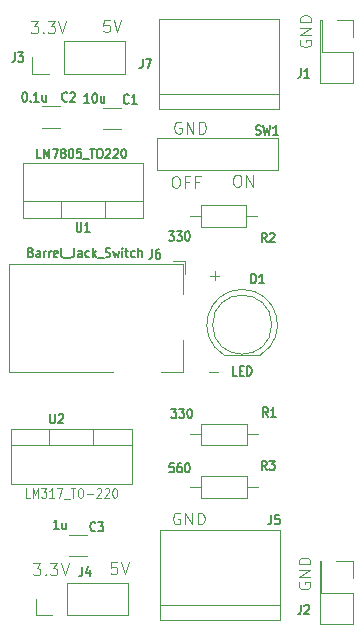
<source format=gto>
%TF.GenerationSoftware,KiCad,Pcbnew,9.0.4*%
%TF.CreationDate,2025-10-15T15:11:25+01:00*%
%TF.ProjectId,breadboardPowerSupply,62726561-6462-46f6-9172-64506f776572,rev?*%
%TF.SameCoordinates,Original*%
%TF.FileFunction,Legend,Top*%
%TF.FilePolarity,Positive*%
%FSLAX46Y46*%
G04 Gerber Fmt 4.6, Leading zero omitted, Abs format (unit mm)*
G04 Created by KiCad (PCBNEW 9.0.4) date 2025-10-15 15:11:25*
%MOMM*%
%LPD*%
G01*
G04 APERTURE LIST*
%ADD10C,0.100000*%
%ADD11C,0.150000*%
%ADD12C,0.120000*%
G04 APERTURE END LIST*
D10*
X161494360Y-99172419D02*
X161684836Y-99172419D01*
X161684836Y-99172419D02*
X161780074Y-99220038D01*
X161780074Y-99220038D02*
X161875312Y-99315276D01*
X161875312Y-99315276D02*
X161922931Y-99505752D01*
X161922931Y-99505752D02*
X161922931Y-99839085D01*
X161922931Y-99839085D02*
X161875312Y-100029561D01*
X161875312Y-100029561D02*
X161780074Y-100124800D01*
X161780074Y-100124800D02*
X161684836Y-100172419D01*
X161684836Y-100172419D02*
X161494360Y-100172419D01*
X161494360Y-100172419D02*
X161399122Y-100124800D01*
X161399122Y-100124800D02*
X161303884Y-100029561D01*
X161303884Y-100029561D02*
X161256265Y-99839085D01*
X161256265Y-99839085D02*
X161256265Y-99505752D01*
X161256265Y-99505752D02*
X161303884Y-99315276D01*
X161303884Y-99315276D02*
X161399122Y-99220038D01*
X161399122Y-99220038D02*
X161494360Y-99172419D01*
X162351503Y-100172419D02*
X162351503Y-99172419D01*
X162351503Y-99172419D02*
X162922931Y-100172419D01*
X162922931Y-100172419D02*
X162922931Y-99172419D01*
X156294360Y-99272419D02*
X156484836Y-99272419D01*
X156484836Y-99272419D02*
X156580074Y-99320038D01*
X156580074Y-99320038D02*
X156675312Y-99415276D01*
X156675312Y-99415276D02*
X156722931Y-99605752D01*
X156722931Y-99605752D02*
X156722931Y-99939085D01*
X156722931Y-99939085D02*
X156675312Y-100129561D01*
X156675312Y-100129561D02*
X156580074Y-100224800D01*
X156580074Y-100224800D02*
X156484836Y-100272419D01*
X156484836Y-100272419D02*
X156294360Y-100272419D01*
X156294360Y-100272419D02*
X156199122Y-100224800D01*
X156199122Y-100224800D02*
X156103884Y-100129561D01*
X156103884Y-100129561D02*
X156056265Y-99939085D01*
X156056265Y-99939085D02*
X156056265Y-99605752D01*
X156056265Y-99605752D02*
X156103884Y-99415276D01*
X156103884Y-99415276D02*
X156199122Y-99320038D01*
X156199122Y-99320038D02*
X156294360Y-99272419D01*
X157484836Y-99748609D02*
X157151503Y-99748609D01*
X157151503Y-100272419D02*
X157151503Y-99272419D01*
X157151503Y-99272419D02*
X157627693Y-99272419D01*
X158341979Y-99748609D02*
X158008646Y-99748609D01*
X158008646Y-100272419D02*
X158008646Y-99272419D01*
X158008646Y-99272419D02*
X158484836Y-99272419D01*
X159203884Y-115891466D02*
X159965789Y-115891466D01*
X159303884Y-107691466D02*
X160065789Y-107691466D01*
X159684836Y-108072419D02*
X159684836Y-107310514D01*
X144308646Y-132072419D02*
X144927693Y-132072419D01*
X144927693Y-132072419D02*
X144594360Y-132453371D01*
X144594360Y-132453371D02*
X144737217Y-132453371D01*
X144737217Y-132453371D02*
X144832455Y-132500990D01*
X144832455Y-132500990D02*
X144880074Y-132548609D01*
X144880074Y-132548609D02*
X144927693Y-132643847D01*
X144927693Y-132643847D02*
X144927693Y-132881942D01*
X144927693Y-132881942D02*
X144880074Y-132977180D01*
X144880074Y-132977180D02*
X144832455Y-133024800D01*
X144832455Y-133024800D02*
X144737217Y-133072419D01*
X144737217Y-133072419D02*
X144451503Y-133072419D01*
X144451503Y-133072419D02*
X144356265Y-133024800D01*
X144356265Y-133024800D02*
X144308646Y-132977180D01*
X145356265Y-132977180D02*
X145403884Y-133024800D01*
X145403884Y-133024800D02*
X145356265Y-133072419D01*
X145356265Y-133072419D02*
X145308646Y-133024800D01*
X145308646Y-133024800D02*
X145356265Y-132977180D01*
X145356265Y-132977180D02*
X145356265Y-133072419D01*
X145737217Y-132072419D02*
X146356264Y-132072419D01*
X146356264Y-132072419D02*
X146022931Y-132453371D01*
X146022931Y-132453371D02*
X146165788Y-132453371D01*
X146165788Y-132453371D02*
X146261026Y-132500990D01*
X146261026Y-132500990D02*
X146308645Y-132548609D01*
X146308645Y-132548609D02*
X146356264Y-132643847D01*
X146356264Y-132643847D02*
X146356264Y-132881942D01*
X146356264Y-132881942D02*
X146308645Y-132977180D01*
X146308645Y-132977180D02*
X146261026Y-133024800D01*
X146261026Y-133024800D02*
X146165788Y-133072419D01*
X146165788Y-133072419D02*
X145880074Y-133072419D01*
X145880074Y-133072419D02*
X145784836Y-133024800D01*
X145784836Y-133024800D02*
X145737217Y-132977180D01*
X146641979Y-132072419D02*
X146975312Y-133072419D01*
X146975312Y-133072419D02*
X147308645Y-132072419D01*
X144108646Y-86172419D02*
X144727693Y-86172419D01*
X144727693Y-86172419D02*
X144394360Y-86553371D01*
X144394360Y-86553371D02*
X144537217Y-86553371D01*
X144537217Y-86553371D02*
X144632455Y-86600990D01*
X144632455Y-86600990D02*
X144680074Y-86648609D01*
X144680074Y-86648609D02*
X144727693Y-86743847D01*
X144727693Y-86743847D02*
X144727693Y-86981942D01*
X144727693Y-86981942D02*
X144680074Y-87077180D01*
X144680074Y-87077180D02*
X144632455Y-87124800D01*
X144632455Y-87124800D02*
X144537217Y-87172419D01*
X144537217Y-87172419D02*
X144251503Y-87172419D01*
X144251503Y-87172419D02*
X144156265Y-87124800D01*
X144156265Y-87124800D02*
X144108646Y-87077180D01*
X145156265Y-87077180D02*
X145203884Y-87124800D01*
X145203884Y-87124800D02*
X145156265Y-87172419D01*
X145156265Y-87172419D02*
X145108646Y-87124800D01*
X145108646Y-87124800D02*
X145156265Y-87077180D01*
X145156265Y-87077180D02*
X145156265Y-87172419D01*
X145537217Y-86172419D02*
X146156264Y-86172419D01*
X146156264Y-86172419D02*
X145822931Y-86553371D01*
X145822931Y-86553371D02*
X145965788Y-86553371D01*
X145965788Y-86553371D02*
X146061026Y-86600990D01*
X146061026Y-86600990D02*
X146108645Y-86648609D01*
X146108645Y-86648609D02*
X146156264Y-86743847D01*
X146156264Y-86743847D02*
X146156264Y-86981942D01*
X146156264Y-86981942D02*
X146108645Y-87077180D01*
X146108645Y-87077180D02*
X146061026Y-87124800D01*
X146061026Y-87124800D02*
X145965788Y-87172419D01*
X145965788Y-87172419D02*
X145680074Y-87172419D01*
X145680074Y-87172419D02*
X145584836Y-87124800D01*
X145584836Y-87124800D02*
X145537217Y-87077180D01*
X146441979Y-86172419D02*
X146775312Y-87172419D01*
X146775312Y-87172419D02*
X147108645Y-86172419D01*
X150780074Y-86072419D02*
X150303884Y-86072419D01*
X150303884Y-86072419D02*
X150256265Y-86548609D01*
X150256265Y-86548609D02*
X150303884Y-86500990D01*
X150303884Y-86500990D02*
X150399122Y-86453371D01*
X150399122Y-86453371D02*
X150637217Y-86453371D01*
X150637217Y-86453371D02*
X150732455Y-86500990D01*
X150732455Y-86500990D02*
X150780074Y-86548609D01*
X150780074Y-86548609D02*
X150827693Y-86643847D01*
X150827693Y-86643847D02*
X150827693Y-86881942D01*
X150827693Y-86881942D02*
X150780074Y-86977180D01*
X150780074Y-86977180D02*
X150732455Y-87024800D01*
X150732455Y-87024800D02*
X150637217Y-87072419D01*
X150637217Y-87072419D02*
X150399122Y-87072419D01*
X150399122Y-87072419D02*
X150303884Y-87024800D01*
X150303884Y-87024800D02*
X150256265Y-86977180D01*
X151113408Y-86072419D02*
X151446741Y-87072419D01*
X151446741Y-87072419D02*
X151780074Y-86072419D01*
X151380074Y-131972419D02*
X150903884Y-131972419D01*
X150903884Y-131972419D02*
X150856265Y-132448609D01*
X150856265Y-132448609D02*
X150903884Y-132400990D01*
X150903884Y-132400990D02*
X150999122Y-132353371D01*
X150999122Y-132353371D02*
X151237217Y-132353371D01*
X151237217Y-132353371D02*
X151332455Y-132400990D01*
X151332455Y-132400990D02*
X151380074Y-132448609D01*
X151380074Y-132448609D02*
X151427693Y-132543847D01*
X151427693Y-132543847D02*
X151427693Y-132781942D01*
X151427693Y-132781942D02*
X151380074Y-132877180D01*
X151380074Y-132877180D02*
X151332455Y-132924800D01*
X151332455Y-132924800D02*
X151237217Y-132972419D01*
X151237217Y-132972419D02*
X150999122Y-132972419D01*
X150999122Y-132972419D02*
X150903884Y-132924800D01*
X150903884Y-132924800D02*
X150856265Y-132877180D01*
X151713408Y-131972419D02*
X152046741Y-132972419D01*
X152046741Y-132972419D02*
X152380074Y-131972419D01*
X156727693Y-127820038D02*
X156632455Y-127772419D01*
X156632455Y-127772419D02*
X156489598Y-127772419D01*
X156489598Y-127772419D02*
X156346741Y-127820038D01*
X156346741Y-127820038D02*
X156251503Y-127915276D01*
X156251503Y-127915276D02*
X156203884Y-128010514D01*
X156203884Y-128010514D02*
X156156265Y-128200990D01*
X156156265Y-128200990D02*
X156156265Y-128343847D01*
X156156265Y-128343847D02*
X156203884Y-128534323D01*
X156203884Y-128534323D02*
X156251503Y-128629561D01*
X156251503Y-128629561D02*
X156346741Y-128724800D01*
X156346741Y-128724800D02*
X156489598Y-128772419D01*
X156489598Y-128772419D02*
X156584836Y-128772419D01*
X156584836Y-128772419D02*
X156727693Y-128724800D01*
X156727693Y-128724800D02*
X156775312Y-128677180D01*
X156775312Y-128677180D02*
X156775312Y-128343847D01*
X156775312Y-128343847D02*
X156584836Y-128343847D01*
X157203884Y-128772419D02*
X157203884Y-127772419D01*
X157203884Y-127772419D02*
X157775312Y-128772419D01*
X157775312Y-128772419D02*
X157775312Y-127772419D01*
X158251503Y-128772419D02*
X158251503Y-127772419D01*
X158251503Y-127772419D02*
X158489598Y-127772419D01*
X158489598Y-127772419D02*
X158632455Y-127820038D01*
X158632455Y-127820038D02*
X158727693Y-127915276D01*
X158727693Y-127915276D02*
X158775312Y-128010514D01*
X158775312Y-128010514D02*
X158822931Y-128200990D01*
X158822931Y-128200990D02*
X158822931Y-128343847D01*
X158822931Y-128343847D02*
X158775312Y-128534323D01*
X158775312Y-128534323D02*
X158727693Y-128629561D01*
X158727693Y-128629561D02*
X158632455Y-128724800D01*
X158632455Y-128724800D02*
X158489598Y-128772419D01*
X158489598Y-128772419D02*
X158251503Y-128772419D01*
X166820038Y-133672306D02*
X166772419Y-133767544D01*
X166772419Y-133767544D02*
X166772419Y-133910401D01*
X166772419Y-133910401D02*
X166820038Y-134053258D01*
X166820038Y-134053258D02*
X166915276Y-134148496D01*
X166915276Y-134148496D02*
X167010514Y-134196115D01*
X167010514Y-134196115D02*
X167200990Y-134243734D01*
X167200990Y-134243734D02*
X167343847Y-134243734D01*
X167343847Y-134243734D02*
X167534323Y-134196115D01*
X167534323Y-134196115D02*
X167629561Y-134148496D01*
X167629561Y-134148496D02*
X167724800Y-134053258D01*
X167724800Y-134053258D02*
X167772419Y-133910401D01*
X167772419Y-133910401D02*
X167772419Y-133815163D01*
X167772419Y-133815163D02*
X167724800Y-133672306D01*
X167724800Y-133672306D02*
X167677180Y-133624687D01*
X167677180Y-133624687D02*
X167343847Y-133624687D01*
X167343847Y-133624687D02*
X167343847Y-133815163D01*
X167772419Y-133196115D02*
X166772419Y-133196115D01*
X166772419Y-133196115D02*
X167772419Y-132624687D01*
X167772419Y-132624687D02*
X166772419Y-132624687D01*
X167772419Y-132148496D02*
X166772419Y-132148496D01*
X166772419Y-132148496D02*
X166772419Y-131910401D01*
X166772419Y-131910401D02*
X166820038Y-131767544D01*
X166820038Y-131767544D02*
X166915276Y-131672306D01*
X166915276Y-131672306D02*
X167010514Y-131624687D01*
X167010514Y-131624687D02*
X167200990Y-131577068D01*
X167200990Y-131577068D02*
X167343847Y-131577068D01*
X167343847Y-131577068D02*
X167534323Y-131624687D01*
X167534323Y-131624687D02*
X167629561Y-131672306D01*
X167629561Y-131672306D02*
X167724800Y-131767544D01*
X167724800Y-131767544D02*
X167772419Y-131910401D01*
X167772419Y-131910401D02*
X167772419Y-132148496D01*
X166920038Y-87772306D02*
X166872419Y-87867544D01*
X166872419Y-87867544D02*
X166872419Y-88010401D01*
X166872419Y-88010401D02*
X166920038Y-88153258D01*
X166920038Y-88153258D02*
X167015276Y-88248496D01*
X167015276Y-88248496D02*
X167110514Y-88296115D01*
X167110514Y-88296115D02*
X167300990Y-88343734D01*
X167300990Y-88343734D02*
X167443847Y-88343734D01*
X167443847Y-88343734D02*
X167634323Y-88296115D01*
X167634323Y-88296115D02*
X167729561Y-88248496D01*
X167729561Y-88248496D02*
X167824800Y-88153258D01*
X167824800Y-88153258D02*
X167872419Y-88010401D01*
X167872419Y-88010401D02*
X167872419Y-87915163D01*
X167872419Y-87915163D02*
X167824800Y-87772306D01*
X167824800Y-87772306D02*
X167777180Y-87724687D01*
X167777180Y-87724687D02*
X167443847Y-87724687D01*
X167443847Y-87724687D02*
X167443847Y-87915163D01*
X167872419Y-87296115D02*
X166872419Y-87296115D01*
X166872419Y-87296115D02*
X167872419Y-86724687D01*
X167872419Y-86724687D02*
X166872419Y-86724687D01*
X167872419Y-86248496D02*
X166872419Y-86248496D01*
X166872419Y-86248496D02*
X166872419Y-86010401D01*
X166872419Y-86010401D02*
X166920038Y-85867544D01*
X166920038Y-85867544D02*
X167015276Y-85772306D01*
X167015276Y-85772306D02*
X167110514Y-85724687D01*
X167110514Y-85724687D02*
X167300990Y-85677068D01*
X167300990Y-85677068D02*
X167443847Y-85677068D01*
X167443847Y-85677068D02*
X167634323Y-85724687D01*
X167634323Y-85724687D02*
X167729561Y-85772306D01*
X167729561Y-85772306D02*
X167824800Y-85867544D01*
X167824800Y-85867544D02*
X167872419Y-86010401D01*
X167872419Y-86010401D02*
X167872419Y-86248496D01*
X156827693Y-94720038D02*
X156732455Y-94672419D01*
X156732455Y-94672419D02*
X156589598Y-94672419D01*
X156589598Y-94672419D02*
X156446741Y-94720038D01*
X156446741Y-94720038D02*
X156351503Y-94815276D01*
X156351503Y-94815276D02*
X156303884Y-94910514D01*
X156303884Y-94910514D02*
X156256265Y-95100990D01*
X156256265Y-95100990D02*
X156256265Y-95243847D01*
X156256265Y-95243847D02*
X156303884Y-95434323D01*
X156303884Y-95434323D02*
X156351503Y-95529561D01*
X156351503Y-95529561D02*
X156446741Y-95624800D01*
X156446741Y-95624800D02*
X156589598Y-95672419D01*
X156589598Y-95672419D02*
X156684836Y-95672419D01*
X156684836Y-95672419D02*
X156827693Y-95624800D01*
X156827693Y-95624800D02*
X156875312Y-95577180D01*
X156875312Y-95577180D02*
X156875312Y-95243847D01*
X156875312Y-95243847D02*
X156684836Y-95243847D01*
X157303884Y-95672419D02*
X157303884Y-94672419D01*
X157303884Y-94672419D02*
X157875312Y-95672419D01*
X157875312Y-95672419D02*
X157875312Y-94672419D01*
X158351503Y-95672419D02*
X158351503Y-94672419D01*
X158351503Y-94672419D02*
X158589598Y-94672419D01*
X158589598Y-94672419D02*
X158732455Y-94720038D01*
X158732455Y-94720038D02*
X158827693Y-94815276D01*
X158827693Y-94815276D02*
X158875312Y-94910514D01*
X158875312Y-94910514D02*
X158922931Y-95100990D01*
X158922931Y-95100990D02*
X158922931Y-95243847D01*
X158922931Y-95243847D02*
X158875312Y-95434323D01*
X158875312Y-95434323D02*
X158827693Y-95529561D01*
X158827693Y-95529561D02*
X158732455Y-95624800D01*
X158732455Y-95624800D02*
X158589598Y-95672419D01*
X158589598Y-95672419D02*
X158351503Y-95672419D01*
D11*
X154366666Y-105462295D02*
X154366666Y-106033723D01*
X154366666Y-106033723D02*
X154333333Y-106148009D01*
X154333333Y-106148009D02*
X154266666Y-106224200D01*
X154266666Y-106224200D02*
X154166666Y-106262295D01*
X154166666Y-106262295D02*
X154100000Y-106262295D01*
X154999999Y-105462295D02*
X154866666Y-105462295D01*
X154866666Y-105462295D02*
X154799999Y-105500390D01*
X154799999Y-105500390D02*
X154766666Y-105538485D01*
X154766666Y-105538485D02*
X154699999Y-105652771D01*
X154699999Y-105652771D02*
X154666666Y-105805152D01*
X154666666Y-105805152D02*
X154666666Y-106109914D01*
X154666666Y-106109914D02*
X154699999Y-106186104D01*
X154699999Y-106186104D02*
X154733333Y-106224200D01*
X154733333Y-106224200D02*
X154799999Y-106262295D01*
X154799999Y-106262295D02*
X154933333Y-106262295D01*
X154933333Y-106262295D02*
X154999999Y-106224200D01*
X154999999Y-106224200D02*
X155033333Y-106186104D01*
X155033333Y-106186104D02*
X155066666Y-106109914D01*
X155066666Y-106109914D02*
X155066666Y-105919438D01*
X155066666Y-105919438D02*
X155033333Y-105843247D01*
X155033333Y-105843247D02*
X154999999Y-105805152D01*
X154999999Y-105805152D02*
X154933333Y-105767057D01*
X154933333Y-105767057D02*
X154799999Y-105767057D01*
X154799999Y-105767057D02*
X154733333Y-105805152D01*
X154733333Y-105805152D02*
X154699999Y-105843247D01*
X154699999Y-105843247D02*
X154666666Y-105919438D01*
X144133335Y-105725747D02*
X144233335Y-105763842D01*
X144233335Y-105763842D02*
X144266668Y-105801938D01*
X144266668Y-105801938D02*
X144300001Y-105878128D01*
X144300001Y-105878128D02*
X144300001Y-105992414D01*
X144300001Y-105992414D02*
X144266668Y-106068604D01*
X144266668Y-106068604D02*
X144233335Y-106106700D01*
X144233335Y-106106700D02*
X144166668Y-106144795D01*
X144166668Y-106144795D02*
X143900001Y-106144795D01*
X143900001Y-106144795D02*
X143900001Y-105344795D01*
X143900001Y-105344795D02*
X144133335Y-105344795D01*
X144133335Y-105344795D02*
X144200001Y-105382890D01*
X144200001Y-105382890D02*
X144233335Y-105420985D01*
X144233335Y-105420985D02*
X144266668Y-105497176D01*
X144266668Y-105497176D02*
X144266668Y-105573366D01*
X144266668Y-105573366D02*
X144233335Y-105649557D01*
X144233335Y-105649557D02*
X144200001Y-105687652D01*
X144200001Y-105687652D02*
X144133335Y-105725747D01*
X144133335Y-105725747D02*
X143900001Y-105725747D01*
X144900001Y-106144795D02*
X144900001Y-105725747D01*
X144900001Y-105725747D02*
X144866668Y-105649557D01*
X144866668Y-105649557D02*
X144800001Y-105611461D01*
X144800001Y-105611461D02*
X144666668Y-105611461D01*
X144666668Y-105611461D02*
X144600001Y-105649557D01*
X144900001Y-106106700D02*
X144833335Y-106144795D01*
X144833335Y-106144795D02*
X144666668Y-106144795D01*
X144666668Y-106144795D02*
X144600001Y-106106700D01*
X144600001Y-106106700D02*
X144566668Y-106030509D01*
X144566668Y-106030509D02*
X144566668Y-105954319D01*
X144566668Y-105954319D02*
X144600001Y-105878128D01*
X144600001Y-105878128D02*
X144666668Y-105840033D01*
X144666668Y-105840033D02*
X144833335Y-105840033D01*
X144833335Y-105840033D02*
X144900001Y-105801938D01*
X145233334Y-106144795D02*
X145233334Y-105611461D01*
X145233334Y-105763842D02*
X145266668Y-105687652D01*
X145266668Y-105687652D02*
X145300001Y-105649557D01*
X145300001Y-105649557D02*
X145366668Y-105611461D01*
X145366668Y-105611461D02*
X145433334Y-105611461D01*
X145666667Y-106144795D02*
X145666667Y-105611461D01*
X145666667Y-105763842D02*
X145700001Y-105687652D01*
X145700001Y-105687652D02*
X145733334Y-105649557D01*
X145733334Y-105649557D02*
X145800001Y-105611461D01*
X145800001Y-105611461D02*
X145866667Y-105611461D01*
X146366667Y-106106700D02*
X146300000Y-106144795D01*
X146300000Y-106144795D02*
X146166667Y-106144795D01*
X146166667Y-106144795D02*
X146100000Y-106106700D01*
X146100000Y-106106700D02*
X146066667Y-106030509D01*
X146066667Y-106030509D02*
X146066667Y-105725747D01*
X146066667Y-105725747D02*
X146100000Y-105649557D01*
X146100000Y-105649557D02*
X146166667Y-105611461D01*
X146166667Y-105611461D02*
X146300000Y-105611461D01*
X146300000Y-105611461D02*
X146366667Y-105649557D01*
X146366667Y-105649557D02*
X146400000Y-105725747D01*
X146400000Y-105725747D02*
X146400000Y-105801938D01*
X146400000Y-105801938D02*
X146066667Y-105878128D01*
X146800000Y-106144795D02*
X146733334Y-106106700D01*
X146733334Y-106106700D02*
X146700000Y-106030509D01*
X146700000Y-106030509D02*
X146700000Y-105344795D01*
X146900001Y-106220985D02*
X147433334Y-106220985D01*
X147800000Y-105344795D02*
X147800000Y-105916223D01*
X147800000Y-105916223D02*
X147766667Y-106030509D01*
X147766667Y-106030509D02*
X147700000Y-106106700D01*
X147700000Y-106106700D02*
X147600000Y-106144795D01*
X147600000Y-106144795D02*
X147533334Y-106144795D01*
X148433333Y-106144795D02*
X148433333Y-105725747D01*
X148433333Y-105725747D02*
X148400000Y-105649557D01*
X148400000Y-105649557D02*
X148333333Y-105611461D01*
X148333333Y-105611461D02*
X148200000Y-105611461D01*
X148200000Y-105611461D02*
X148133333Y-105649557D01*
X148433333Y-106106700D02*
X148366667Y-106144795D01*
X148366667Y-106144795D02*
X148200000Y-106144795D01*
X148200000Y-106144795D02*
X148133333Y-106106700D01*
X148133333Y-106106700D02*
X148100000Y-106030509D01*
X148100000Y-106030509D02*
X148100000Y-105954319D01*
X148100000Y-105954319D02*
X148133333Y-105878128D01*
X148133333Y-105878128D02*
X148200000Y-105840033D01*
X148200000Y-105840033D02*
X148366667Y-105840033D01*
X148366667Y-105840033D02*
X148433333Y-105801938D01*
X149066666Y-106106700D02*
X149000000Y-106144795D01*
X149000000Y-106144795D02*
X148866666Y-106144795D01*
X148866666Y-106144795D02*
X148800000Y-106106700D01*
X148800000Y-106106700D02*
X148766666Y-106068604D01*
X148766666Y-106068604D02*
X148733333Y-105992414D01*
X148733333Y-105992414D02*
X148733333Y-105763842D01*
X148733333Y-105763842D02*
X148766666Y-105687652D01*
X148766666Y-105687652D02*
X148800000Y-105649557D01*
X148800000Y-105649557D02*
X148866666Y-105611461D01*
X148866666Y-105611461D02*
X149000000Y-105611461D01*
X149000000Y-105611461D02*
X149066666Y-105649557D01*
X149366666Y-106144795D02*
X149366666Y-105344795D01*
X149433333Y-105840033D02*
X149633333Y-106144795D01*
X149633333Y-105611461D02*
X149366666Y-105916223D01*
X149766667Y-106220985D02*
X150300000Y-106220985D01*
X150433333Y-106106700D02*
X150533333Y-106144795D01*
X150533333Y-106144795D02*
X150700000Y-106144795D01*
X150700000Y-106144795D02*
X150766666Y-106106700D01*
X150766666Y-106106700D02*
X150800000Y-106068604D01*
X150800000Y-106068604D02*
X150833333Y-105992414D01*
X150833333Y-105992414D02*
X150833333Y-105916223D01*
X150833333Y-105916223D02*
X150800000Y-105840033D01*
X150800000Y-105840033D02*
X150766666Y-105801938D01*
X150766666Y-105801938D02*
X150700000Y-105763842D01*
X150700000Y-105763842D02*
X150566666Y-105725747D01*
X150566666Y-105725747D02*
X150500000Y-105687652D01*
X150500000Y-105687652D02*
X150466666Y-105649557D01*
X150466666Y-105649557D02*
X150433333Y-105573366D01*
X150433333Y-105573366D02*
X150433333Y-105497176D01*
X150433333Y-105497176D02*
X150466666Y-105420985D01*
X150466666Y-105420985D02*
X150500000Y-105382890D01*
X150500000Y-105382890D02*
X150566666Y-105344795D01*
X150566666Y-105344795D02*
X150733333Y-105344795D01*
X150733333Y-105344795D02*
X150833333Y-105382890D01*
X151066667Y-105611461D02*
X151200000Y-106144795D01*
X151200000Y-106144795D02*
X151333333Y-105763842D01*
X151333333Y-105763842D02*
X151466667Y-106144795D01*
X151466667Y-106144795D02*
X151600000Y-105611461D01*
X151866666Y-106144795D02*
X151866666Y-105611461D01*
X151866666Y-105344795D02*
X151833333Y-105382890D01*
X151833333Y-105382890D02*
X151866666Y-105420985D01*
X151866666Y-105420985D02*
X151900000Y-105382890D01*
X151900000Y-105382890D02*
X151866666Y-105344795D01*
X151866666Y-105344795D02*
X151866666Y-105420985D01*
X152099999Y-105611461D02*
X152366666Y-105611461D01*
X152199999Y-105344795D02*
X152199999Y-106030509D01*
X152199999Y-106030509D02*
X152233333Y-106106700D01*
X152233333Y-106106700D02*
X152299999Y-106144795D01*
X152299999Y-106144795D02*
X152366666Y-106144795D01*
X152899999Y-106106700D02*
X152833333Y-106144795D01*
X152833333Y-106144795D02*
X152699999Y-106144795D01*
X152699999Y-106144795D02*
X152633333Y-106106700D01*
X152633333Y-106106700D02*
X152599999Y-106068604D01*
X152599999Y-106068604D02*
X152566666Y-105992414D01*
X152566666Y-105992414D02*
X152566666Y-105763842D01*
X152566666Y-105763842D02*
X152599999Y-105687652D01*
X152599999Y-105687652D02*
X152633333Y-105649557D01*
X152633333Y-105649557D02*
X152699999Y-105611461D01*
X152699999Y-105611461D02*
X152833333Y-105611461D01*
X152833333Y-105611461D02*
X152899999Y-105649557D01*
X153199999Y-106144795D02*
X153199999Y-105344795D01*
X153499999Y-106144795D02*
X153499999Y-105725747D01*
X153499999Y-105725747D02*
X153466666Y-105649557D01*
X153466666Y-105649557D02*
X153399999Y-105611461D01*
X153399999Y-105611461D02*
X153299999Y-105611461D01*
X153299999Y-105611461D02*
X153233333Y-105649557D01*
X153233333Y-105649557D02*
X153199999Y-105687652D01*
X164466666Y-127962295D02*
X164466666Y-128533723D01*
X164466666Y-128533723D02*
X164433333Y-128648009D01*
X164433333Y-128648009D02*
X164366666Y-128724200D01*
X164366666Y-128724200D02*
X164266666Y-128762295D01*
X164266666Y-128762295D02*
X164200000Y-128762295D01*
X165133333Y-127962295D02*
X164799999Y-127962295D01*
X164799999Y-127962295D02*
X164766666Y-128343247D01*
X164766666Y-128343247D02*
X164799999Y-128305152D01*
X164799999Y-128305152D02*
X164866666Y-128267057D01*
X164866666Y-128267057D02*
X165033333Y-128267057D01*
X165033333Y-128267057D02*
X165099999Y-128305152D01*
X165099999Y-128305152D02*
X165133333Y-128343247D01*
X165133333Y-128343247D02*
X165166666Y-128419438D01*
X165166666Y-128419438D02*
X165166666Y-128609914D01*
X165166666Y-128609914D02*
X165133333Y-128686104D01*
X165133333Y-128686104D02*
X165099999Y-128724200D01*
X165099999Y-128724200D02*
X165033333Y-128762295D01*
X165033333Y-128762295D02*
X164866666Y-128762295D01*
X164866666Y-128762295D02*
X164799999Y-128724200D01*
X164799999Y-128724200D02*
X164766666Y-128686104D01*
X164083333Y-124162295D02*
X163850000Y-123781342D01*
X163683333Y-124162295D02*
X163683333Y-123362295D01*
X163683333Y-123362295D02*
X163950000Y-123362295D01*
X163950000Y-123362295D02*
X164016667Y-123400390D01*
X164016667Y-123400390D02*
X164050000Y-123438485D01*
X164050000Y-123438485D02*
X164083333Y-123514676D01*
X164083333Y-123514676D02*
X164083333Y-123628961D01*
X164083333Y-123628961D02*
X164050000Y-123705152D01*
X164050000Y-123705152D02*
X164016667Y-123743247D01*
X164016667Y-123743247D02*
X163950000Y-123781342D01*
X163950000Y-123781342D02*
X163683333Y-123781342D01*
X164316667Y-123362295D02*
X164750000Y-123362295D01*
X164750000Y-123362295D02*
X164516667Y-123667057D01*
X164516667Y-123667057D02*
X164616667Y-123667057D01*
X164616667Y-123667057D02*
X164683333Y-123705152D01*
X164683333Y-123705152D02*
X164716667Y-123743247D01*
X164716667Y-123743247D02*
X164750000Y-123819438D01*
X164750000Y-123819438D02*
X164750000Y-124009914D01*
X164750000Y-124009914D02*
X164716667Y-124086104D01*
X164716667Y-124086104D02*
X164683333Y-124124200D01*
X164683333Y-124124200D02*
X164616667Y-124162295D01*
X164616667Y-124162295D02*
X164416667Y-124162295D01*
X164416667Y-124162295D02*
X164350000Y-124124200D01*
X164350000Y-124124200D02*
X164316667Y-124086104D01*
X156200000Y-123562295D02*
X155866666Y-123562295D01*
X155866666Y-123562295D02*
X155833333Y-123943247D01*
X155833333Y-123943247D02*
X155866666Y-123905152D01*
X155866666Y-123905152D02*
X155933333Y-123867057D01*
X155933333Y-123867057D02*
X156100000Y-123867057D01*
X156100000Y-123867057D02*
X156166666Y-123905152D01*
X156166666Y-123905152D02*
X156200000Y-123943247D01*
X156200000Y-123943247D02*
X156233333Y-124019438D01*
X156233333Y-124019438D02*
X156233333Y-124209914D01*
X156233333Y-124209914D02*
X156200000Y-124286104D01*
X156200000Y-124286104D02*
X156166666Y-124324200D01*
X156166666Y-124324200D02*
X156100000Y-124362295D01*
X156100000Y-124362295D02*
X155933333Y-124362295D01*
X155933333Y-124362295D02*
X155866666Y-124324200D01*
X155866666Y-124324200D02*
X155833333Y-124286104D01*
X156833333Y-123562295D02*
X156700000Y-123562295D01*
X156700000Y-123562295D02*
X156633333Y-123600390D01*
X156633333Y-123600390D02*
X156600000Y-123638485D01*
X156600000Y-123638485D02*
X156533333Y-123752771D01*
X156533333Y-123752771D02*
X156500000Y-123905152D01*
X156500000Y-123905152D02*
X156500000Y-124209914D01*
X156500000Y-124209914D02*
X156533333Y-124286104D01*
X156533333Y-124286104D02*
X156566667Y-124324200D01*
X156566667Y-124324200D02*
X156633333Y-124362295D01*
X156633333Y-124362295D02*
X156766667Y-124362295D01*
X156766667Y-124362295D02*
X156833333Y-124324200D01*
X156833333Y-124324200D02*
X156866667Y-124286104D01*
X156866667Y-124286104D02*
X156900000Y-124209914D01*
X156900000Y-124209914D02*
X156900000Y-124019438D01*
X156900000Y-124019438D02*
X156866667Y-123943247D01*
X156866667Y-123943247D02*
X156833333Y-123905152D01*
X156833333Y-123905152D02*
X156766667Y-123867057D01*
X156766667Y-123867057D02*
X156633333Y-123867057D01*
X156633333Y-123867057D02*
X156566667Y-123905152D01*
X156566667Y-123905152D02*
X156533333Y-123943247D01*
X156533333Y-123943247D02*
X156500000Y-124019438D01*
X157333334Y-123562295D02*
X157400000Y-123562295D01*
X157400000Y-123562295D02*
X157466667Y-123600390D01*
X157466667Y-123600390D02*
X157500000Y-123638485D01*
X157500000Y-123638485D02*
X157533334Y-123714676D01*
X157533334Y-123714676D02*
X157566667Y-123867057D01*
X157566667Y-123867057D02*
X157566667Y-124057533D01*
X157566667Y-124057533D02*
X157533334Y-124209914D01*
X157533334Y-124209914D02*
X157500000Y-124286104D01*
X157500000Y-124286104D02*
X157466667Y-124324200D01*
X157466667Y-124324200D02*
X157400000Y-124362295D01*
X157400000Y-124362295D02*
X157333334Y-124362295D01*
X157333334Y-124362295D02*
X157266667Y-124324200D01*
X157266667Y-124324200D02*
X157233334Y-124286104D01*
X157233334Y-124286104D02*
X157200000Y-124209914D01*
X157200000Y-124209914D02*
X157166667Y-124057533D01*
X157166667Y-124057533D02*
X157166667Y-123867057D01*
X157166667Y-123867057D02*
X157200000Y-123714676D01*
X157200000Y-123714676D02*
X157233334Y-123638485D01*
X157233334Y-123638485D02*
X157266667Y-123600390D01*
X157266667Y-123600390D02*
X157333334Y-123562295D01*
X163166666Y-95724200D02*
X163266666Y-95762295D01*
X163266666Y-95762295D02*
X163433333Y-95762295D01*
X163433333Y-95762295D02*
X163499999Y-95724200D01*
X163499999Y-95724200D02*
X163533333Y-95686104D01*
X163533333Y-95686104D02*
X163566666Y-95609914D01*
X163566666Y-95609914D02*
X163566666Y-95533723D01*
X163566666Y-95533723D02*
X163533333Y-95457533D01*
X163533333Y-95457533D02*
X163499999Y-95419438D01*
X163499999Y-95419438D02*
X163433333Y-95381342D01*
X163433333Y-95381342D02*
X163299999Y-95343247D01*
X163299999Y-95343247D02*
X163233333Y-95305152D01*
X163233333Y-95305152D02*
X163199999Y-95267057D01*
X163199999Y-95267057D02*
X163166666Y-95190866D01*
X163166666Y-95190866D02*
X163166666Y-95114676D01*
X163166666Y-95114676D02*
X163199999Y-95038485D01*
X163199999Y-95038485D02*
X163233333Y-95000390D01*
X163233333Y-95000390D02*
X163299999Y-94962295D01*
X163299999Y-94962295D02*
X163466666Y-94962295D01*
X163466666Y-94962295D02*
X163566666Y-95000390D01*
X163800000Y-94962295D02*
X163966666Y-95762295D01*
X163966666Y-95762295D02*
X164100000Y-95190866D01*
X164100000Y-95190866D02*
X164233333Y-95762295D01*
X164233333Y-95762295D02*
X164400000Y-94962295D01*
X165033333Y-95762295D02*
X164633333Y-95762295D01*
X164833333Y-95762295D02*
X164833333Y-94962295D01*
X164833333Y-94962295D02*
X164766666Y-95076580D01*
X164766666Y-95076580D02*
X164700000Y-95152771D01*
X164700000Y-95152771D02*
X164633333Y-95190866D01*
X166966666Y-90162295D02*
X166966666Y-90733723D01*
X166966666Y-90733723D02*
X166933333Y-90848009D01*
X166933333Y-90848009D02*
X166866666Y-90924200D01*
X166866666Y-90924200D02*
X166766666Y-90962295D01*
X166766666Y-90962295D02*
X166700000Y-90962295D01*
X167666666Y-90962295D02*
X167266666Y-90962295D01*
X167466666Y-90962295D02*
X167466666Y-90162295D01*
X167466666Y-90162295D02*
X167399999Y-90276580D01*
X167399999Y-90276580D02*
X167333333Y-90352771D01*
X167333333Y-90352771D02*
X167266666Y-90390866D01*
X148466666Y-132362295D02*
X148466666Y-132933723D01*
X148466666Y-132933723D02*
X148433333Y-133048009D01*
X148433333Y-133048009D02*
X148366666Y-133124200D01*
X148366666Y-133124200D02*
X148266666Y-133162295D01*
X148266666Y-133162295D02*
X148200000Y-133162295D01*
X149099999Y-132628961D02*
X149099999Y-133162295D01*
X148933333Y-132324200D02*
X148766666Y-132895628D01*
X148766666Y-132895628D02*
X149199999Y-132895628D01*
X152393333Y-93086104D02*
X152360000Y-93124200D01*
X152360000Y-93124200D02*
X152260000Y-93162295D01*
X152260000Y-93162295D02*
X152193333Y-93162295D01*
X152193333Y-93162295D02*
X152093333Y-93124200D01*
X152093333Y-93124200D02*
X152026667Y-93048009D01*
X152026667Y-93048009D02*
X151993333Y-92971819D01*
X151993333Y-92971819D02*
X151960000Y-92819438D01*
X151960000Y-92819438D02*
X151960000Y-92705152D01*
X151960000Y-92705152D02*
X151993333Y-92552771D01*
X151993333Y-92552771D02*
X152026667Y-92476580D01*
X152026667Y-92476580D02*
X152093333Y-92400390D01*
X152093333Y-92400390D02*
X152193333Y-92362295D01*
X152193333Y-92362295D02*
X152260000Y-92362295D01*
X152260000Y-92362295D02*
X152360000Y-92400390D01*
X152360000Y-92400390D02*
X152393333Y-92438485D01*
X153060000Y-93162295D02*
X152660000Y-93162295D01*
X152860000Y-93162295D02*
X152860000Y-92362295D01*
X152860000Y-92362295D02*
X152793333Y-92476580D01*
X152793333Y-92476580D02*
X152726667Y-92552771D01*
X152726667Y-92552771D02*
X152660000Y-92590866D01*
X149050000Y-93062295D02*
X148650000Y-93062295D01*
X148850000Y-93062295D02*
X148850000Y-92262295D01*
X148850000Y-92262295D02*
X148783333Y-92376580D01*
X148783333Y-92376580D02*
X148716667Y-92452771D01*
X148716667Y-92452771D02*
X148650000Y-92490866D01*
X149483334Y-92262295D02*
X149550000Y-92262295D01*
X149550000Y-92262295D02*
X149616667Y-92300390D01*
X149616667Y-92300390D02*
X149650000Y-92338485D01*
X149650000Y-92338485D02*
X149683334Y-92414676D01*
X149683334Y-92414676D02*
X149716667Y-92567057D01*
X149716667Y-92567057D02*
X149716667Y-92757533D01*
X149716667Y-92757533D02*
X149683334Y-92909914D01*
X149683334Y-92909914D02*
X149650000Y-92986104D01*
X149650000Y-92986104D02*
X149616667Y-93024200D01*
X149616667Y-93024200D02*
X149550000Y-93062295D01*
X149550000Y-93062295D02*
X149483334Y-93062295D01*
X149483334Y-93062295D02*
X149416667Y-93024200D01*
X149416667Y-93024200D02*
X149383334Y-92986104D01*
X149383334Y-92986104D02*
X149350000Y-92909914D01*
X149350000Y-92909914D02*
X149316667Y-92757533D01*
X149316667Y-92757533D02*
X149316667Y-92567057D01*
X149316667Y-92567057D02*
X149350000Y-92414676D01*
X149350000Y-92414676D02*
X149383334Y-92338485D01*
X149383334Y-92338485D02*
X149416667Y-92300390D01*
X149416667Y-92300390D02*
X149483334Y-92262295D01*
X150316667Y-92528961D02*
X150316667Y-93062295D01*
X150016667Y-92528961D02*
X150016667Y-92948009D01*
X150016667Y-92948009D02*
X150050001Y-93024200D01*
X150050001Y-93024200D02*
X150116667Y-93062295D01*
X150116667Y-93062295D02*
X150216667Y-93062295D01*
X150216667Y-93062295D02*
X150283334Y-93024200D01*
X150283334Y-93024200D02*
X150316667Y-92986104D01*
X142766666Y-88772295D02*
X142766666Y-89343723D01*
X142766666Y-89343723D02*
X142733333Y-89458009D01*
X142733333Y-89458009D02*
X142666666Y-89534200D01*
X142666666Y-89534200D02*
X142566666Y-89572295D01*
X142566666Y-89572295D02*
X142500000Y-89572295D01*
X143033333Y-88772295D02*
X143466666Y-88772295D01*
X143466666Y-88772295D02*
X143233333Y-89077057D01*
X143233333Y-89077057D02*
X143333333Y-89077057D01*
X143333333Y-89077057D02*
X143399999Y-89115152D01*
X143399999Y-89115152D02*
X143433333Y-89153247D01*
X143433333Y-89153247D02*
X143466666Y-89229438D01*
X143466666Y-89229438D02*
X143466666Y-89419914D01*
X143466666Y-89419914D02*
X143433333Y-89496104D01*
X143433333Y-89496104D02*
X143399999Y-89534200D01*
X143399999Y-89534200D02*
X143333333Y-89572295D01*
X143333333Y-89572295D02*
X143133333Y-89572295D01*
X143133333Y-89572295D02*
X143066666Y-89534200D01*
X143066666Y-89534200D02*
X143033333Y-89496104D01*
X153566666Y-89362295D02*
X153566666Y-89933723D01*
X153566666Y-89933723D02*
X153533333Y-90048009D01*
X153533333Y-90048009D02*
X153466666Y-90124200D01*
X153466666Y-90124200D02*
X153366666Y-90162295D01*
X153366666Y-90162295D02*
X153300000Y-90162295D01*
X153833333Y-89362295D02*
X154299999Y-89362295D01*
X154299999Y-89362295D02*
X153999999Y-90162295D01*
X166966666Y-135562295D02*
X166966666Y-136133723D01*
X166966666Y-136133723D02*
X166933333Y-136248009D01*
X166933333Y-136248009D02*
X166866666Y-136324200D01*
X166866666Y-136324200D02*
X166766666Y-136362295D01*
X166766666Y-136362295D02*
X166700000Y-136362295D01*
X167266666Y-135638485D02*
X167299999Y-135600390D01*
X167299999Y-135600390D02*
X167366666Y-135562295D01*
X167366666Y-135562295D02*
X167533333Y-135562295D01*
X167533333Y-135562295D02*
X167599999Y-135600390D01*
X167599999Y-135600390D02*
X167633333Y-135638485D01*
X167633333Y-135638485D02*
X167666666Y-135714676D01*
X167666666Y-135714676D02*
X167666666Y-135790866D01*
X167666666Y-135790866D02*
X167633333Y-135905152D01*
X167633333Y-135905152D02*
X167233333Y-136362295D01*
X167233333Y-136362295D02*
X167666666Y-136362295D01*
X149583333Y-129286104D02*
X149550000Y-129324200D01*
X149550000Y-129324200D02*
X149450000Y-129362295D01*
X149450000Y-129362295D02*
X149383333Y-129362295D01*
X149383333Y-129362295D02*
X149283333Y-129324200D01*
X149283333Y-129324200D02*
X149216667Y-129248009D01*
X149216667Y-129248009D02*
X149183333Y-129171819D01*
X149183333Y-129171819D02*
X149150000Y-129019438D01*
X149150000Y-129019438D02*
X149150000Y-128905152D01*
X149150000Y-128905152D02*
X149183333Y-128752771D01*
X149183333Y-128752771D02*
X149216667Y-128676580D01*
X149216667Y-128676580D02*
X149283333Y-128600390D01*
X149283333Y-128600390D02*
X149383333Y-128562295D01*
X149383333Y-128562295D02*
X149450000Y-128562295D01*
X149450000Y-128562295D02*
X149550000Y-128600390D01*
X149550000Y-128600390D02*
X149583333Y-128638485D01*
X149816667Y-128562295D02*
X150250000Y-128562295D01*
X150250000Y-128562295D02*
X150016667Y-128867057D01*
X150016667Y-128867057D02*
X150116667Y-128867057D01*
X150116667Y-128867057D02*
X150183333Y-128905152D01*
X150183333Y-128905152D02*
X150216667Y-128943247D01*
X150216667Y-128943247D02*
X150250000Y-129019438D01*
X150250000Y-129019438D02*
X150250000Y-129209914D01*
X150250000Y-129209914D02*
X150216667Y-129286104D01*
X150216667Y-129286104D02*
X150183333Y-129324200D01*
X150183333Y-129324200D02*
X150116667Y-129362295D01*
X150116667Y-129362295D02*
X149916667Y-129362295D01*
X149916667Y-129362295D02*
X149850000Y-129324200D01*
X149850000Y-129324200D02*
X149816667Y-129286104D01*
X146463333Y-129162295D02*
X146063333Y-129162295D01*
X146263333Y-129162295D02*
X146263333Y-128362295D01*
X146263333Y-128362295D02*
X146196666Y-128476580D01*
X146196666Y-128476580D02*
X146130000Y-128552771D01*
X146130000Y-128552771D02*
X146063333Y-128590866D01*
X147063333Y-128628961D02*
X147063333Y-129162295D01*
X146763333Y-128628961D02*
X146763333Y-129048009D01*
X146763333Y-129048009D02*
X146796667Y-129124200D01*
X146796667Y-129124200D02*
X146863333Y-129162295D01*
X146863333Y-129162295D02*
X146963333Y-129162295D01*
X146963333Y-129162295D02*
X147030000Y-129124200D01*
X147030000Y-129124200D02*
X147063333Y-129086104D01*
X164183333Y-119662295D02*
X163950000Y-119281342D01*
X163783333Y-119662295D02*
X163783333Y-118862295D01*
X163783333Y-118862295D02*
X164050000Y-118862295D01*
X164050000Y-118862295D02*
X164116667Y-118900390D01*
X164116667Y-118900390D02*
X164150000Y-118938485D01*
X164150000Y-118938485D02*
X164183333Y-119014676D01*
X164183333Y-119014676D02*
X164183333Y-119128961D01*
X164183333Y-119128961D02*
X164150000Y-119205152D01*
X164150000Y-119205152D02*
X164116667Y-119243247D01*
X164116667Y-119243247D02*
X164050000Y-119281342D01*
X164050000Y-119281342D02*
X163783333Y-119281342D01*
X164850000Y-119662295D02*
X164450000Y-119662295D01*
X164650000Y-119662295D02*
X164650000Y-118862295D01*
X164650000Y-118862295D02*
X164583333Y-118976580D01*
X164583333Y-118976580D02*
X164516667Y-119052771D01*
X164516667Y-119052771D02*
X164450000Y-119090866D01*
X156000000Y-118962295D02*
X156433333Y-118962295D01*
X156433333Y-118962295D02*
X156200000Y-119267057D01*
X156200000Y-119267057D02*
X156300000Y-119267057D01*
X156300000Y-119267057D02*
X156366666Y-119305152D01*
X156366666Y-119305152D02*
X156400000Y-119343247D01*
X156400000Y-119343247D02*
X156433333Y-119419438D01*
X156433333Y-119419438D02*
X156433333Y-119609914D01*
X156433333Y-119609914D02*
X156400000Y-119686104D01*
X156400000Y-119686104D02*
X156366666Y-119724200D01*
X156366666Y-119724200D02*
X156300000Y-119762295D01*
X156300000Y-119762295D02*
X156100000Y-119762295D01*
X156100000Y-119762295D02*
X156033333Y-119724200D01*
X156033333Y-119724200D02*
X156000000Y-119686104D01*
X156666667Y-118962295D02*
X157100000Y-118962295D01*
X157100000Y-118962295D02*
X156866667Y-119267057D01*
X156866667Y-119267057D02*
X156966667Y-119267057D01*
X156966667Y-119267057D02*
X157033333Y-119305152D01*
X157033333Y-119305152D02*
X157066667Y-119343247D01*
X157066667Y-119343247D02*
X157100000Y-119419438D01*
X157100000Y-119419438D02*
X157100000Y-119609914D01*
X157100000Y-119609914D02*
X157066667Y-119686104D01*
X157066667Y-119686104D02*
X157033333Y-119724200D01*
X157033333Y-119724200D02*
X156966667Y-119762295D01*
X156966667Y-119762295D02*
X156766667Y-119762295D01*
X156766667Y-119762295D02*
X156700000Y-119724200D01*
X156700000Y-119724200D02*
X156666667Y-119686104D01*
X157533334Y-118962295D02*
X157600000Y-118962295D01*
X157600000Y-118962295D02*
X157666667Y-119000390D01*
X157666667Y-119000390D02*
X157700000Y-119038485D01*
X157700000Y-119038485D02*
X157733334Y-119114676D01*
X157733334Y-119114676D02*
X157766667Y-119267057D01*
X157766667Y-119267057D02*
X157766667Y-119457533D01*
X157766667Y-119457533D02*
X157733334Y-119609914D01*
X157733334Y-119609914D02*
X157700000Y-119686104D01*
X157700000Y-119686104D02*
X157666667Y-119724200D01*
X157666667Y-119724200D02*
X157600000Y-119762295D01*
X157600000Y-119762295D02*
X157533334Y-119762295D01*
X157533334Y-119762295D02*
X157466667Y-119724200D01*
X157466667Y-119724200D02*
X157433334Y-119686104D01*
X157433334Y-119686104D02*
X157400000Y-119609914D01*
X157400000Y-119609914D02*
X157366667Y-119457533D01*
X157366667Y-119457533D02*
X157366667Y-119267057D01*
X157366667Y-119267057D02*
X157400000Y-119114676D01*
X157400000Y-119114676D02*
X157433334Y-119038485D01*
X157433334Y-119038485D02*
X157466667Y-119000390D01*
X157466667Y-119000390D02*
X157533334Y-118962295D01*
X147183333Y-92886104D02*
X147150000Y-92924200D01*
X147150000Y-92924200D02*
X147050000Y-92962295D01*
X147050000Y-92962295D02*
X146983333Y-92962295D01*
X146983333Y-92962295D02*
X146883333Y-92924200D01*
X146883333Y-92924200D02*
X146816667Y-92848009D01*
X146816667Y-92848009D02*
X146783333Y-92771819D01*
X146783333Y-92771819D02*
X146750000Y-92619438D01*
X146750000Y-92619438D02*
X146750000Y-92505152D01*
X146750000Y-92505152D02*
X146783333Y-92352771D01*
X146783333Y-92352771D02*
X146816667Y-92276580D01*
X146816667Y-92276580D02*
X146883333Y-92200390D01*
X146883333Y-92200390D02*
X146983333Y-92162295D01*
X146983333Y-92162295D02*
X147050000Y-92162295D01*
X147050000Y-92162295D02*
X147150000Y-92200390D01*
X147150000Y-92200390D02*
X147183333Y-92238485D01*
X147450000Y-92238485D02*
X147483333Y-92200390D01*
X147483333Y-92200390D02*
X147550000Y-92162295D01*
X147550000Y-92162295D02*
X147716667Y-92162295D01*
X147716667Y-92162295D02*
X147783333Y-92200390D01*
X147783333Y-92200390D02*
X147816667Y-92238485D01*
X147816667Y-92238485D02*
X147850000Y-92314676D01*
X147850000Y-92314676D02*
X147850000Y-92390866D01*
X147850000Y-92390866D02*
X147816667Y-92505152D01*
X147816667Y-92505152D02*
X147416667Y-92962295D01*
X147416667Y-92962295D02*
X147850000Y-92962295D01*
X143550000Y-92162295D02*
X143616666Y-92162295D01*
X143616666Y-92162295D02*
X143683333Y-92200390D01*
X143683333Y-92200390D02*
X143716666Y-92238485D01*
X143716666Y-92238485D02*
X143750000Y-92314676D01*
X143750000Y-92314676D02*
X143783333Y-92467057D01*
X143783333Y-92467057D02*
X143783333Y-92657533D01*
X143783333Y-92657533D02*
X143750000Y-92809914D01*
X143750000Y-92809914D02*
X143716666Y-92886104D01*
X143716666Y-92886104D02*
X143683333Y-92924200D01*
X143683333Y-92924200D02*
X143616666Y-92962295D01*
X143616666Y-92962295D02*
X143550000Y-92962295D01*
X143550000Y-92962295D02*
X143483333Y-92924200D01*
X143483333Y-92924200D02*
X143450000Y-92886104D01*
X143450000Y-92886104D02*
X143416666Y-92809914D01*
X143416666Y-92809914D02*
X143383333Y-92657533D01*
X143383333Y-92657533D02*
X143383333Y-92467057D01*
X143383333Y-92467057D02*
X143416666Y-92314676D01*
X143416666Y-92314676D02*
X143450000Y-92238485D01*
X143450000Y-92238485D02*
X143483333Y-92200390D01*
X143483333Y-92200390D02*
X143550000Y-92162295D01*
X144083333Y-92886104D02*
X144116667Y-92924200D01*
X144116667Y-92924200D02*
X144083333Y-92962295D01*
X144083333Y-92962295D02*
X144050000Y-92924200D01*
X144050000Y-92924200D02*
X144083333Y-92886104D01*
X144083333Y-92886104D02*
X144083333Y-92962295D01*
X144783333Y-92962295D02*
X144383333Y-92962295D01*
X144583333Y-92962295D02*
X144583333Y-92162295D01*
X144583333Y-92162295D02*
X144516666Y-92276580D01*
X144516666Y-92276580D02*
X144450000Y-92352771D01*
X144450000Y-92352771D02*
X144383333Y-92390866D01*
X145383333Y-92428961D02*
X145383333Y-92962295D01*
X145083333Y-92428961D02*
X145083333Y-92848009D01*
X145083333Y-92848009D02*
X145116667Y-92924200D01*
X145116667Y-92924200D02*
X145183333Y-92962295D01*
X145183333Y-92962295D02*
X145283333Y-92962295D01*
X145283333Y-92962295D02*
X145350000Y-92924200D01*
X145350000Y-92924200D02*
X145383333Y-92886104D01*
X162783333Y-108362295D02*
X162783333Y-107562295D01*
X162783333Y-107562295D02*
X162950000Y-107562295D01*
X162950000Y-107562295D02*
X163050000Y-107600390D01*
X163050000Y-107600390D02*
X163116667Y-107676580D01*
X163116667Y-107676580D02*
X163150000Y-107752771D01*
X163150000Y-107752771D02*
X163183333Y-107905152D01*
X163183333Y-107905152D02*
X163183333Y-108019438D01*
X163183333Y-108019438D02*
X163150000Y-108171819D01*
X163150000Y-108171819D02*
X163116667Y-108248009D01*
X163116667Y-108248009D02*
X163050000Y-108324200D01*
X163050000Y-108324200D02*
X162950000Y-108362295D01*
X162950000Y-108362295D02*
X162783333Y-108362295D01*
X163850000Y-108362295D02*
X163450000Y-108362295D01*
X163650000Y-108362295D02*
X163650000Y-107562295D01*
X163650000Y-107562295D02*
X163583333Y-107676580D01*
X163583333Y-107676580D02*
X163516667Y-107752771D01*
X163516667Y-107752771D02*
X163450000Y-107790866D01*
X161550000Y-116162295D02*
X161216666Y-116162295D01*
X161216666Y-116162295D02*
X161216666Y-115362295D01*
X161783333Y-115743247D02*
X162016667Y-115743247D01*
X162116667Y-116162295D02*
X161783333Y-116162295D01*
X161783333Y-116162295D02*
X161783333Y-115362295D01*
X161783333Y-115362295D02*
X162116667Y-115362295D01*
X162416666Y-116162295D02*
X162416666Y-115362295D01*
X162416666Y-115362295D02*
X162583333Y-115362295D01*
X162583333Y-115362295D02*
X162683333Y-115400390D01*
X162683333Y-115400390D02*
X162750000Y-115476580D01*
X162750000Y-115476580D02*
X162783333Y-115552771D01*
X162783333Y-115552771D02*
X162816666Y-115705152D01*
X162816666Y-115705152D02*
X162816666Y-115819438D01*
X162816666Y-115819438D02*
X162783333Y-115971819D01*
X162783333Y-115971819D02*
X162750000Y-116048009D01*
X162750000Y-116048009D02*
X162683333Y-116124200D01*
X162683333Y-116124200D02*
X162583333Y-116162295D01*
X162583333Y-116162295D02*
X162416666Y-116162295D01*
X145766666Y-119412295D02*
X145766666Y-120059914D01*
X145766666Y-120059914D02*
X145800000Y-120136104D01*
X145800000Y-120136104D02*
X145833333Y-120174200D01*
X145833333Y-120174200D02*
X145900000Y-120212295D01*
X145900000Y-120212295D02*
X146033333Y-120212295D01*
X146033333Y-120212295D02*
X146100000Y-120174200D01*
X146100000Y-120174200D02*
X146133333Y-120136104D01*
X146133333Y-120136104D02*
X146166666Y-120059914D01*
X146166666Y-120059914D02*
X146166666Y-119412295D01*
X146466666Y-119488485D02*
X146499999Y-119450390D01*
X146499999Y-119450390D02*
X146566666Y-119412295D01*
X146566666Y-119412295D02*
X146733333Y-119412295D01*
X146733333Y-119412295D02*
X146799999Y-119450390D01*
X146799999Y-119450390D02*
X146833333Y-119488485D01*
X146833333Y-119488485D02*
X146866666Y-119564676D01*
X146866666Y-119564676D02*
X146866666Y-119640866D01*
X146866666Y-119640866D02*
X146833333Y-119755152D01*
X146833333Y-119755152D02*
X146433333Y-120212295D01*
X146433333Y-120212295D02*
X146866666Y-120212295D01*
D10*
X144023333Y-126514895D02*
X143689999Y-126514895D01*
X143689999Y-126514895D02*
X143689999Y-125714895D01*
X144256666Y-126514895D02*
X144256666Y-125714895D01*
X144256666Y-125714895D02*
X144490000Y-126286323D01*
X144490000Y-126286323D02*
X144723333Y-125714895D01*
X144723333Y-125714895D02*
X144723333Y-126514895D01*
X144990000Y-125714895D02*
X145423333Y-125714895D01*
X145423333Y-125714895D02*
X145190000Y-126019657D01*
X145190000Y-126019657D02*
X145290000Y-126019657D01*
X145290000Y-126019657D02*
X145356666Y-126057752D01*
X145356666Y-126057752D02*
X145390000Y-126095847D01*
X145390000Y-126095847D02*
X145423333Y-126172038D01*
X145423333Y-126172038D02*
X145423333Y-126362514D01*
X145423333Y-126362514D02*
X145390000Y-126438704D01*
X145390000Y-126438704D02*
X145356666Y-126476800D01*
X145356666Y-126476800D02*
X145290000Y-126514895D01*
X145290000Y-126514895D02*
X145090000Y-126514895D01*
X145090000Y-126514895D02*
X145023333Y-126476800D01*
X145023333Y-126476800D02*
X144990000Y-126438704D01*
X146090000Y-126514895D02*
X145690000Y-126514895D01*
X145890000Y-126514895D02*
X145890000Y-125714895D01*
X145890000Y-125714895D02*
X145823333Y-125829180D01*
X145823333Y-125829180D02*
X145756667Y-125905371D01*
X145756667Y-125905371D02*
X145690000Y-125943466D01*
X146323334Y-125714895D02*
X146790000Y-125714895D01*
X146790000Y-125714895D02*
X146490000Y-126514895D01*
X146890001Y-126591085D02*
X147423334Y-126591085D01*
X147490000Y-125714895D02*
X147890000Y-125714895D01*
X147690000Y-126514895D02*
X147690000Y-125714895D01*
X148256667Y-125714895D02*
X148390000Y-125714895D01*
X148390000Y-125714895D02*
X148456667Y-125752990D01*
X148456667Y-125752990D02*
X148523333Y-125829180D01*
X148523333Y-125829180D02*
X148556667Y-125981561D01*
X148556667Y-125981561D02*
X148556667Y-126248228D01*
X148556667Y-126248228D02*
X148523333Y-126400609D01*
X148523333Y-126400609D02*
X148456667Y-126476800D01*
X148456667Y-126476800D02*
X148390000Y-126514895D01*
X148390000Y-126514895D02*
X148256667Y-126514895D01*
X148256667Y-126514895D02*
X148190000Y-126476800D01*
X148190000Y-126476800D02*
X148123333Y-126400609D01*
X148123333Y-126400609D02*
X148090000Y-126248228D01*
X148090000Y-126248228D02*
X148090000Y-125981561D01*
X148090000Y-125981561D02*
X148123333Y-125829180D01*
X148123333Y-125829180D02*
X148190000Y-125752990D01*
X148190000Y-125752990D02*
X148256667Y-125714895D01*
X148856666Y-126210133D02*
X149390000Y-126210133D01*
X149690000Y-125791085D02*
X149723333Y-125752990D01*
X149723333Y-125752990D02*
X149790000Y-125714895D01*
X149790000Y-125714895D02*
X149956667Y-125714895D01*
X149956667Y-125714895D02*
X150023333Y-125752990D01*
X150023333Y-125752990D02*
X150056667Y-125791085D01*
X150056667Y-125791085D02*
X150090000Y-125867276D01*
X150090000Y-125867276D02*
X150090000Y-125943466D01*
X150090000Y-125943466D02*
X150056667Y-126057752D01*
X150056667Y-126057752D02*
X149656667Y-126514895D01*
X149656667Y-126514895D02*
X150090000Y-126514895D01*
X150356667Y-125791085D02*
X150390000Y-125752990D01*
X150390000Y-125752990D02*
X150456667Y-125714895D01*
X150456667Y-125714895D02*
X150623334Y-125714895D01*
X150623334Y-125714895D02*
X150690000Y-125752990D01*
X150690000Y-125752990D02*
X150723334Y-125791085D01*
X150723334Y-125791085D02*
X150756667Y-125867276D01*
X150756667Y-125867276D02*
X150756667Y-125943466D01*
X150756667Y-125943466D02*
X150723334Y-126057752D01*
X150723334Y-126057752D02*
X150323334Y-126514895D01*
X150323334Y-126514895D02*
X150756667Y-126514895D01*
X151190001Y-125714895D02*
X151256667Y-125714895D01*
X151256667Y-125714895D02*
X151323334Y-125752990D01*
X151323334Y-125752990D02*
X151356667Y-125791085D01*
X151356667Y-125791085D02*
X151390001Y-125867276D01*
X151390001Y-125867276D02*
X151423334Y-126019657D01*
X151423334Y-126019657D02*
X151423334Y-126210133D01*
X151423334Y-126210133D02*
X151390001Y-126362514D01*
X151390001Y-126362514D02*
X151356667Y-126438704D01*
X151356667Y-126438704D02*
X151323334Y-126476800D01*
X151323334Y-126476800D02*
X151256667Y-126514895D01*
X151256667Y-126514895D02*
X151190001Y-126514895D01*
X151190001Y-126514895D02*
X151123334Y-126476800D01*
X151123334Y-126476800D02*
X151090001Y-126438704D01*
X151090001Y-126438704D02*
X151056667Y-126362514D01*
X151056667Y-126362514D02*
X151023334Y-126210133D01*
X151023334Y-126210133D02*
X151023334Y-126019657D01*
X151023334Y-126019657D02*
X151056667Y-125867276D01*
X151056667Y-125867276D02*
X151090001Y-125791085D01*
X151090001Y-125791085D02*
X151123334Y-125752990D01*
X151123334Y-125752990D02*
X151190001Y-125714895D01*
D11*
X164083333Y-104862295D02*
X163850000Y-104481342D01*
X163683333Y-104862295D02*
X163683333Y-104062295D01*
X163683333Y-104062295D02*
X163950000Y-104062295D01*
X163950000Y-104062295D02*
X164016667Y-104100390D01*
X164016667Y-104100390D02*
X164050000Y-104138485D01*
X164050000Y-104138485D02*
X164083333Y-104214676D01*
X164083333Y-104214676D02*
X164083333Y-104328961D01*
X164083333Y-104328961D02*
X164050000Y-104405152D01*
X164050000Y-104405152D02*
X164016667Y-104443247D01*
X164016667Y-104443247D02*
X163950000Y-104481342D01*
X163950000Y-104481342D02*
X163683333Y-104481342D01*
X164350000Y-104138485D02*
X164383333Y-104100390D01*
X164383333Y-104100390D02*
X164450000Y-104062295D01*
X164450000Y-104062295D02*
X164616667Y-104062295D01*
X164616667Y-104062295D02*
X164683333Y-104100390D01*
X164683333Y-104100390D02*
X164716667Y-104138485D01*
X164716667Y-104138485D02*
X164750000Y-104214676D01*
X164750000Y-104214676D02*
X164750000Y-104290866D01*
X164750000Y-104290866D02*
X164716667Y-104405152D01*
X164716667Y-104405152D02*
X164316667Y-104862295D01*
X164316667Y-104862295D02*
X164750000Y-104862295D01*
X155800000Y-103962295D02*
X156233333Y-103962295D01*
X156233333Y-103962295D02*
X156000000Y-104267057D01*
X156000000Y-104267057D02*
X156100000Y-104267057D01*
X156100000Y-104267057D02*
X156166666Y-104305152D01*
X156166666Y-104305152D02*
X156200000Y-104343247D01*
X156200000Y-104343247D02*
X156233333Y-104419438D01*
X156233333Y-104419438D02*
X156233333Y-104609914D01*
X156233333Y-104609914D02*
X156200000Y-104686104D01*
X156200000Y-104686104D02*
X156166666Y-104724200D01*
X156166666Y-104724200D02*
X156100000Y-104762295D01*
X156100000Y-104762295D02*
X155900000Y-104762295D01*
X155900000Y-104762295D02*
X155833333Y-104724200D01*
X155833333Y-104724200D02*
X155800000Y-104686104D01*
X156466667Y-103962295D02*
X156900000Y-103962295D01*
X156900000Y-103962295D02*
X156666667Y-104267057D01*
X156666667Y-104267057D02*
X156766667Y-104267057D01*
X156766667Y-104267057D02*
X156833333Y-104305152D01*
X156833333Y-104305152D02*
X156866667Y-104343247D01*
X156866667Y-104343247D02*
X156900000Y-104419438D01*
X156900000Y-104419438D02*
X156900000Y-104609914D01*
X156900000Y-104609914D02*
X156866667Y-104686104D01*
X156866667Y-104686104D02*
X156833333Y-104724200D01*
X156833333Y-104724200D02*
X156766667Y-104762295D01*
X156766667Y-104762295D02*
X156566667Y-104762295D01*
X156566667Y-104762295D02*
X156500000Y-104724200D01*
X156500000Y-104724200D02*
X156466667Y-104686104D01*
X157333334Y-103962295D02*
X157400000Y-103962295D01*
X157400000Y-103962295D02*
X157466667Y-104000390D01*
X157466667Y-104000390D02*
X157500000Y-104038485D01*
X157500000Y-104038485D02*
X157533334Y-104114676D01*
X157533334Y-104114676D02*
X157566667Y-104267057D01*
X157566667Y-104267057D02*
X157566667Y-104457533D01*
X157566667Y-104457533D02*
X157533334Y-104609914D01*
X157533334Y-104609914D02*
X157500000Y-104686104D01*
X157500000Y-104686104D02*
X157466667Y-104724200D01*
X157466667Y-104724200D02*
X157400000Y-104762295D01*
X157400000Y-104762295D02*
X157333334Y-104762295D01*
X157333334Y-104762295D02*
X157266667Y-104724200D01*
X157266667Y-104724200D02*
X157233334Y-104686104D01*
X157233334Y-104686104D02*
X157200000Y-104609914D01*
X157200000Y-104609914D02*
X157166667Y-104457533D01*
X157166667Y-104457533D02*
X157166667Y-104267057D01*
X157166667Y-104267057D02*
X157200000Y-104114676D01*
X157200000Y-104114676D02*
X157233334Y-104038485D01*
X157233334Y-104038485D02*
X157266667Y-104000390D01*
X157266667Y-104000390D02*
X157333334Y-103962295D01*
X147986666Y-103182295D02*
X147986666Y-103829914D01*
X147986666Y-103829914D02*
X148020000Y-103906104D01*
X148020000Y-103906104D02*
X148053333Y-103944200D01*
X148053333Y-103944200D02*
X148120000Y-103982295D01*
X148120000Y-103982295D02*
X148253333Y-103982295D01*
X148253333Y-103982295D02*
X148320000Y-103944200D01*
X148320000Y-103944200D02*
X148353333Y-103906104D01*
X148353333Y-103906104D02*
X148386666Y-103829914D01*
X148386666Y-103829914D02*
X148386666Y-103182295D01*
X149086666Y-103982295D02*
X148686666Y-103982295D01*
X148886666Y-103982295D02*
X148886666Y-103182295D01*
X148886666Y-103182295D02*
X148819999Y-103296580D01*
X148819999Y-103296580D02*
X148753333Y-103372771D01*
X148753333Y-103372771D02*
X148686666Y-103410866D01*
X144983333Y-97762295D02*
X144649999Y-97762295D01*
X144649999Y-97762295D02*
X144649999Y-96962295D01*
X145216666Y-97762295D02*
X145216666Y-96962295D01*
X145216666Y-96962295D02*
X145450000Y-97533723D01*
X145450000Y-97533723D02*
X145683333Y-96962295D01*
X145683333Y-96962295D02*
X145683333Y-97762295D01*
X145950000Y-96962295D02*
X146416666Y-96962295D01*
X146416666Y-96962295D02*
X146116666Y-97762295D01*
X146783333Y-97305152D02*
X146716667Y-97267057D01*
X146716667Y-97267057D02*
X146683333Y-97228961D01*
X146683333Y-97228961D02*
X146650000Y-97152771D01*
X146650000Y-97152771D02*
X146650000Y-97114676D01*
X146650000Y-97114676D02*
X146683333Y-97038485D01*
X146683333Y-97038485D02*
X146716667Y-97000390D01*
X146716667Y-97000390D02*
X146783333Y-96962295D01*
X146783333Y-96962295D02*
X146916667Y-96962295D01*
X146916667Y-96962295D02*
X146983333Y-97000390D01*
X146983333Y-97000390D02*
X147016667Y-97038485D01*
X147016667Y-97038485D02*
X147050000Y-97114676D01*
X147050000Y-97114676D02*
X147050000Y-97152771D01*
X147050000Y-97152771D02*
X147016667Y-97228961D01*
X147016667Y-97228961D02*
X146983333Y-97267057D01*
X146983333Y-97267057D02*
X146916667Y-97305152D01*
X146916667Y-97305152D02*
X146783333Y-97305152D01*
X146783333Y-97305152D02*
X146716667Y-97343247D01*
X146716667Y-97343247D02*
X146683333Y-97381342D01*
X146683333Y-97381342D02*
X146650000Y-97457533D01*
X146650000Y-97457533D02*
X146650000Y-97609914D01*
X146650000Y-97609914D02*
X146683333Y-97686104D01*
X146683333Y-97686104D02*
X146716667Y-97724200D01*
X146716667Y-97724200D02*
X146783333Y-97762295D01*
X146783333Y-97762295D02*
X146916667Y-97762295D01*
X146916667Y-97762295D02*
X146983333Y-97724200D01*
X146983333Y-97724200D02*
X147016667Y-97686104D01*
X147016667Y-97686104D02*
X147050000Y-97609914D01*
X147050000Y-97609914D02*
X147050000Y-97457533D01*
X147050000Y-97457533D02*
X147016667Y-97381342D01*
X147016667Y-97381342D02*
X146983333Y-97343247D01*
X146983333Y-97343247D02*
X146916667Y-97305152D01*
X147483334Y-96962295D02*
X147550000Y-96962295D01*
X147550000Y-96962295D02*
X147616667Y-97000390D01*
X147616667Y-97000390D02*
X147650000Y-97038485D01*
X147650000Y-97038485D02*
X147683334Y-97114676D01*
X147683334Y-97114676D02*
X147716667Y-97267057D01*
X147716667Y-97267057D02*
X147716667Y-97457533D01*
X147716667Y-97457533D02*
X147683334Y-97609914D01*
X147683334Y-97609914D02*
X147650000Y-97686104D01*
X147650000Y-97686104D02*
X147616667Y-97724200D01*
X147616667Y-97724200D02*
X147550000Y-97762295D01*
X147550000Y-97762295D02*
X147483334Y-97762295D01*
X147483334Y-97762295D02*
X147416667Y-97724200D01*
X147416667Y-97724200D02*
X147383334Y-97686104D01*
X147383334Y-97686104D02*
X147350000Y-97609914D01*
X147350000Y-97609914D02*
X147316667Y-97457533D01*
X147316667Y-97457533D02*
X147316667Y-97267057D01*
X147316667Y-97267057D02*
X147350000Y-97114676D01*
X147350000Y-97114676D02*
X147383334Y-97038485D01*
X147383334Y-97038485D02*
X147416667Y-97000390D01*
X147416667Y-97000390D02*
X147483334Y-96962295D01*
X148350001Y-96962295D02*
X148016667Y-96962295D01*
X148016667Y-96962295D02*
X147983334Y-97343247D01*
X147983334Y-97343247D02*
X148016667Y-97305152D01*
X148016667Y-97305152D02*
X148083334Y-97267057D01*
X148083334Y-97267057D02*
X148250001Y-97267057D01*
X148250001Y-97267057D02*
X148316667Y-97305152D01*
X148316667Y-97305152D02*
X148350001Y-97343247D01*
X148350001Y-97343247D02*
X148383334Y-97419438D01*
X148383334Y-97419438D02*
X148383334Y-97609914D01*
X148383334Y-97609914D02*
X148350001Y-97686104D01*
X148350001Y-97686104D02*
X148316667Y-97724200D01*
X148316667Y-97724200D02*
X148250001Y-97762295D01*
X148250001Y-97762295D02*
X148083334Y-97762295D01*
X148083334Y-97762295D02*
X148016667Y-97724200D01*
X148016667Y-97724200D02*
X147983334Y-97686104D01*
X148516668Y-97838485D02*
X149050001Y-97838485D01*
X149116667Y-96962295D02*
X149516667Y-96962295D01*
X149316667Y-97762295D02*
X149316667Y-96962295D01*
X149883334Y-96962295D02*
X150016667Y-96962295D01*
X150016667Y-96962295D02*
X150083334Y-97000390D01*
X150083334Y-97000390D02*
X150150000Y-97076580D01*
X150150000Y-97076580D02*
X150183334Y-97228961D01*
X150183334Y-97228961D02*
X150183334Y-97495628D01*
X150183334Y-97495628D02*
X150150000Y-97648009D01*
X150150000Y-97648009D02*
X150083334Y-97724200D01*
X150083334Y-97724200D02*
X150016667Y-97762295D01*
X150016667Y-97762295D02*
X149883334Y-97762295D01*
X149883334Y-97762295D02*
X149816667Y-97724200D01*
X149816667Y-97724200D02*
X149750000Y-97648009D01*
X149750000Y-97648009D02*
X149716667Y-97495628D01*
X149716667Y-97495628D02*
X149716667Y-97228961D01*
X149716667Y-97228961D02*
X149750000Y-97076580D01*
X149750000Y-97076580D02*
X149816667Y-97000390D01*
X149816667Y-97000390D02*
X149883334Y-96962295D01*
X150450000Y-97038485D02*
X150483333Y-97000390D01*
X150483333Y-97000390D02*
X150550000Y-96962295D01*
X150550000Y-96962295D02*
X150716667Y-96962295D01*
X150716667Y-96962295D02*
X150783333Y-97000390D01*
X150783333Y-97000390D02*
X150816667Y-97038485D01*
X150816667Y-97038485D02*
X150850000Y-97114676D01*
X150850000Y-97114676D02*
X150850000Y-97190866D01*
X150850000Y-97190866D02*
X150816667Y-97305152D01*
X150816667Y-97305152D02*
X150416667Y-97762295D01*
X150416667Y-97762295D02*
X150850000Y-97762295D01*
X151116667Y-97038485D02*
X151150000Y-97000390D01*
X151150000Y-97000390D02*
X151216667Y-96962295D01*
X151216667Y-96962295D02*
X151383334Y-96962295D01*
X151383334Y-96962295D02*
X151450000Y-97000390D01*
X151450000Y-97000390D02*
X151483334Y-97038485D01*
X151483334Y-97038485D02*
X151516667Y-97114676D01*
X151516667Y-97114676D02*
X151516667Y-97190866D01*
X151516667Y-97190866D02*
X151483334Y-97305152D01*
X151483334Y-97305152D02*
X151083334Y-97762295D01*
X151083334Y-97762295D02*
X151516667Y-97762295D01*
X151950001Y-96962295D02*
X152016667Y-96962295D01*
X152016667Y-96962295D02*
X152083334Y-97000390D01*
X152083334Y-97000390D02*
X152116667Y-97038485D01*
X152116667Y-97038485D02*
X152150001Y-97114676D01*
X152150001Y-97114676D02*
X152183334Y-97267057D01*
X152183334Y-97267057D02*
X152183334Y-97457533D01*
X152183334Y-97457533D02*
X152150001Y-97609914D01*
X152150001Y-97609914D02*
X152116667Y-97686104D01*
X152116667Y-97686104D02*
X152083334Y-97724200D01*
X152083334Y-97724200D02*
X152016667Y-97762295D01*
X152016667Y-97762295D02*
X151950001Y-97762295D01*
X151950001Y-97762295D02*
X151883334Y-97724200D01*
X151883334Y-97724200D02*
X151850001Y-97686104D01*
X151850001Y-97686104D02*
X151816667Y-97609914D01*
X151816667Y-97609914D02*
X151783334Y-97457533D01*
X151783334Y-97457533D02*
X151783334Y-97267057D01*
X151783334Y-97267057D02*
X151816667Y-97114676D01*
X151816667Y-97114676D02*
X151850001Y-97038485D01*
X151850001Y-97038485D02*
X151883334Y-97000390D01*
X151883334Y-97000390D02*
X151950001Y-96962295D01*
D12*
%TO.C,J6*%
X157190000Y-107532500D02*
X157190000Y-106482500D01*
X156990000Y-115882500D02*
X155090000Y-115882500D01*
X156990000Y-113182500D02*
X156990000Y-115882500D01*
X156990000Y-106682500D02*
X156990000Y-109282500D01*
X156140000Y-106482500D02*
X157190000Y-106482500D01*
X151090000Y-115882500D02*
X142290000Y-115882500D01*
X142290000Y-115882500D02*
X142290000Y-106682500D01*
X142290000Y-106682500D02*
X156990000Y-106682500D01*
%TO.C,J5*%
X155060000Y-129200000D02*
X155060000Y-136820000D01*
X155060000Y-136820000D02*
X165220000Y-136820000D01*
X165220000Y-129200000D02*
X155060000Y-129200000D01*
X165220000Y-135550000D02*
X155060000Y-135550000D01*
X165220000Y-136820000D02*
X165220000Y-129200000D01*
%TO.C,R3*%
X157580000Y-125620000D02*
X158530000Y-125620000D01*
X163320000Y-125620000D02*
X162370000Y-125620000D01*
X158530000Y-124700000D02*
X162370000Y-124700000D01*
X162370000Y-126540000D01*
X158530000Y-126540000D01*
X158530000Y-124700000D01*
%TO.C,SW1*%
X154830000Y-96080000D02*
X165050000Y-96080000D01*
X165050000Y-98800000D01*
X154830000Y-98800000D01*
X154830000Y-96080000D01*
%TO.C,J1*%
X168620000Y-86080000D02*
X168620000Y-91380000D01*
X168730000Y-86080000D02*
X168620000Y-86080000D01*
X168730000Y-86080000D02*
X168730000Y-88730000D01*
X168730000Y-88730000D02*
X171380000Y-88730000D01*
X170000000Y-86080000D02*
X171380000Y-86080000D01*
X171380000Y-86080000D02*
X171380000Y-87460000D01*
X171380000Y-88730000D02*
X171380000Y-91380000D01*
X171380000Y-91380000D02*
X168620000Y-91380000D01*
%TO.C,J4*%
X144510000Y-136470000D02*
X144510000Y-135090000D01*
X145890000Y-136470000D02*
X144510000Y-136470000D01*
X147160000Y-133710000D02*
X152350000Y-133710000D01*
X147160000Y-136470000D02*
X147160000Y-133710000D01*
X147160000Y-136470000D02*
X152350000Y-136470000D01*
X152350000Y-136470000D02*
X152350000Y-133710000D01*
%TO.C,C1*%
X150245000Y-93480000D02*
X151775000Y-93480000D01*
X151775000Y-95320000D02*
X150245000Y-95320000D01*
%TO.C,J3*%
X144240000Y-90590000D02*
X144240000Y-89210000D01*
X145620000Y-90590000D02*
X144240000Y-90590000D01*
X146890000Y-87830000D02*
X152080000Y-87830000D01*
X146890000Y-90590000D02*
X146890000Y-87830000D01*
X146890000Y-90590000D02*
X152080000Y-90590000D01*
X152080000Y-90590000D02*
X152080000Y-87830000D01*
%TO.C,J7*%
X154980000Y-85960000D02*
X154980000Y-93580000D01*
X154980000Y-93580000D02*
X165140000Y-93580000D01*
X165140000Y-85960000D02*
X154980000Y-85960000D01*
X165140000Y-92310000D02*
X154980000Y-92310000D01*
X165140000Y-93580000D02*
X165140000Y-85960000D01*
%TO.C,J2*%
X168600000Y-131900000D02*
X168600000Y-137200000D01*
X168710000Y-131900000D02*
X168600000Y-131900000D01*
X168710000Y-131900000D02*
X168710000Y-134550000D01*
X168710000Y-134550000D02*
X171360000Y-134550000D01*
X169980000Y-131900000D02*
X171360000Y-131900000D01*
X171360000Y-131900000D02*
X171360000Y-133280000D01*
X171360000Y-134550000D02*
X171360000Y-137200000D01*
X171360000Y-137200000D02*
X168600000Y-137200000D01*
%TO.C,C3*%
X147315000Y-129630000D02*
X148845000Y-129630000D01*
X148845000Y-131470000D02*
X147315000Y-131470000D01*
%TO.C,R1*%
X157580000Y-121150000D02*
X158530000Y-121150000D01*
X163320000Y-121150000D02*
X162370000Y-121150000D01*
X162370000Y-122070000D02*
X158530000Y-122070000D01*
X158530000Y-120230000D01*
X162370000Y-120230000D01*
X162370000Y-122070000D01*
%TO.C,C2*%
X145055000Y-93380000D02*
X146585000Y-93380000D01*
X146585000Y-95220000D02*
X145055000Y-95220000D01*
%TO.C,D1*%
X160455000Y-114415000D02*
X163545000Y-114415000D01*
X160455170Y-114415000D02*
G75*
G02*
X162000000Y-108865000I1544830J2560000D01*
G01*
X162000000Y-108865000D02*
G75*
G02*
X163544830Y-114415000I0J-2990000D01*
G01*
X164500000Y-111855000D02*
G75*
G02*
X159500000Y-111855000I-2500000J0D01*
G01*
X159500000Y-111855000D02*
G75*
G02*
X164500000Y-111855000I2500000J0D01*
G01*
%TO.C,U2*%
X142430000Y-120690000D02*
X152650000Y-120690000D01*
X142430000Y-122070000D02*
X152650000Y-122070000D01*
X142430000Y-125310000D02*
X142430000Y-120690000D01*
X145690000Y-120690000D02*
X145690000Y-122070000D01*
X149390000Y-120690000D02*
X149390000Y-122070000D01*
X152650000Y-120690000D02*
X152650000Y-125310000D01*
X152650000Y-125310000D02*
X142430000Y-125310000D01*
%TO.C,R2*%
X157560000Y-102640000D02*
X158510000Y-102640000D01*
X163300000Y-102640000D02*
X162350000Y-102640000D01*
X158510000Y-101720000D02*
X162350000Y-101720000D01*
X162350000Y-103560000D01*
X158510000Y-103560000D01*
X158510000Y-101720000D01*
%TO.C,U1*%
X143410000Y-98160000D02*
X153630000Y-98160000D01*
X143410000Y-102780000D02*
X143410000Y-98160000D01*
X146670000Y-102780000D02*
X146670000Y-101400000D01*
X150370000Y-102780000D02*
X150370000Y-101400000D01*
X153630000Y-98160000D02*
X153630000Y-102780000D01*
X153630000Y-101400000D02*
X143410000Y-101400000D01*
X153630000Y-102780000D02*
X143410000Y-102780000D01*
%TD*%
M02*

</source>
